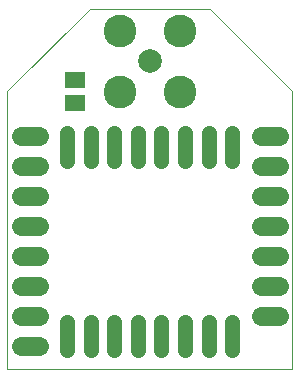
<source format=gts>
G75*
%MOIN*%
%OFA0B0*%
%FSLAX25Y25*%
%IPPOS*%
%LPD*%
%AMOC8*
5,1,8,0,0,1.08239X$1,22.5*
%
%ADD10C,0.00000*%
%ADD11C,0.06400*%
%ADD12C,0.05124*%
%ADD13C,0.07900*%
%ADD14C,0.10900*%
%ADD15R,0.06699X0.05518*%
D10*
X0001800Y0001800D02*
X0001800Y0094300D01*
X0029300Y0121800D01*
X0069300Y0121800D01*
X0096800Y0094300D01*
X0096800Y0001800D01*
X0001800Y0001800D01*
D11*
X0006300Y0009300D02*
X0012300Y0009300D01*
X0012300Y0019300D02*
X0006300Y0019300D01*
X0006300Y0029300D02*
X0012300Y0029300D01*
X0012300Y0039300D02*
X0006300Y0039300D01*
X0006300Y0049300D02*
X0012300Y0049300D01*
X0012300Y0059300D02*
X0006300Y0059300D01*
X0006300Y0069300D02*
X0012300Y0069300D01*
X0012300Y0079300D02*
X0006300Y0079300D01*
X0086300Y0079300D02*
X0092300Y0079300D01*
X0092300Y0069300D02*
X0086300Y0069300D01*
X0086300Y0059300D02*
X0092300Y0059300D01*
X0092300Y0049300D02*
X0086300Y0049300D01*
X0086300Y0039300D02*
X0092300Y0039300D01*
X0092300Y0029300D02*
X0086300Y0029300D01*
X0086300Y0019300D02*
X0092300Y0019300D01*
D12*
X0076859Y0017528D02*
X0076859Y0008080D01*
X0068985Y0008080D02*
X0068985Y0017528D01*
X0061111Y0017528D02*
X0061111Y0008080D01*
X0053237Y0008080D02*
X0053237Y0017528D01*
X0045363Y0017528D02*
X0045363Y0008080D01*
X0037489Y0008080D02*
X0037489Y0017528D01*
X0029615Y0017528D02*
X0029615Y0008080D01*
X0021741Y0008080D02*
X0021741Y0017528D01*
X0021741Y0071072D02*
X0021741Y0080520D01*
X0029615Y0080520D02*
X0029615Y0071072D01*
X0037489Y0071072D02*
X0037489Y0080520D01*
X0045363Y0080520D02*
X0045363Y0071072D01*
X0053237Y0071072D02*
X0053237Y0080520D01*
X0061111Y0080520D02*
X0061111Y0071072D01*
X0068985Y0071072D02*
X0068985Y0080520D01*
X0076859Y0080520D02*
X0076859Y0071072D01*
D13*
X0049300Y0104300D03*
D14*
X0059339Y0094261D03*
X0059339Y0114339D03*
X0039261Y0114339D03*
X0039261Y0094261D03*
D15*
X0024300Y0090363D03*
X0024300Y0098237D03*
M02*

</source>
